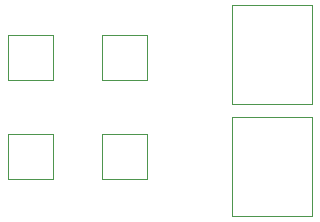
<source format=gbr>
%TF.GenerationSoftware,KiCad,Pcbnew,7.0.6*%
%TF.CreationDate,2023-12-12T11:09:35+00:00*%
%TF.ProjectId,led_holder,6c65645f-686f-46c6-9465-722e6b696361,rev?*%
%TF.SameCoordinates,Original*%
%TF.FileFunction,Other,User*%
%FSLAX46Y46*%
G04 Gerber Fmt 4.6, Leading zero omitted, Abs format (unit mm)*
G04 Created by KiCad (PCBNEW 7.0.6) date 2023-12-12 11:09:35*
%MOMM*%
%LPD*%
G01*
G04 APERTURE LIST*
%ADD10C,0.050000*%
G04 APERTURE END LIST*
D10*
%TO.C,J2*%
X181850000Y-77450000D02*
X181850000Y-69050000D01*
X175100000Y-69050000D02*
X175100000Y-77450000D01*
X175100000Y-77450000D02*
X181850000Y-77450000D01*
X181850000Y-69050000D02*
X175100000Y-69050000D01*
%TO.C,J1*%
X181850000Y-59550000D02*
X175100000Y-59550000D01*
X175100000Y-67950000D02*
X181850000Y-67950000D01*
X175100000Y-59550000D02*
X175100000Y-67950000D01*
X181850000Y-67950000D02*
X181850000Y-59550000D01*
%TO.C,D4*%
X164100000Y-70500000D02*
X164100000Y-74300000D01*
X167900000Y-70500000D02*
X164100000Y-70500000D01*
X167900000Y-74300000D02*
X167900000Y-70500000D01*
X164100000Y-74300000D02*
X167900000Y-74300000D01*
%TO.C,D3*%
X156100000Y-70500000D02*
X156100000Y-74300000D01*
X159900000Y-70500000D02*
X156100000Y-70500000D01*
X159900000Y-74300000D02*
X159900000Y-70500000D01*
X156100000Y-74300000D02*
X159900000Y-74300000D01*
%TO.C,D2*%
X164100000Y-62100000D02*
X164100000Y-65900000D01*
X167900000Y-62100000D02*
X164100000Y-62100000D01*
X167900000Y-65900000D02*
X167900000Y-62100000D01*
X164100000Y-65900000D02*
X167900000Y-65900000D01*
%TO.C,D1*%
X156100000Y-65900000D02*
X159900000Y-65900000D01*
X159900000Y-65900000D02*
X159900000Y-62100000D01*
X159900000Y-62100000D02*
X156100000Y-62100000D01*
X156100000Y-62100000D02*
X156100000Y-65900000D01*
%TD*%
M02*

</source>
